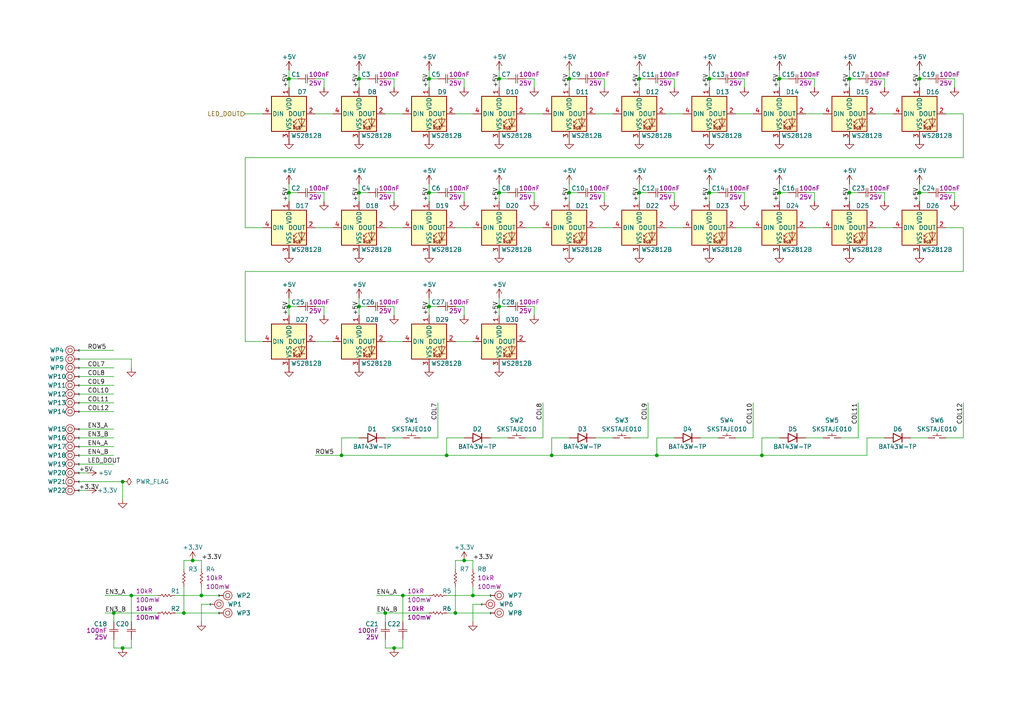
<source format=kicad_sch>
(kicad_sch (version 20230121) (generator eeschema)
  (paper "A4")
  (junction (at 134.62 162.56))
  (junction (at 114.3 187.96))
  (junction (at 104.14 55.88))
  (junction (at 137.16 172.72))
  (junction (at 226.06 55.88))
  (junction (at 55.88 162.56))
  (junction (at 111.76 177.8))
  (junction (at 33.02 177.8))
  (junction (at 246.38 55.88))
  (junction (at 38.1 172.72))
  (junction (at 246.38 22.86))
  (junction (at 226.06 22.86))
  (junction (at 124.46 22.86))
  (junction (at 144.78 88.9))
  (junction (at 266.7 55.88))
  (junction (at 35.56 187.96))
  (junction (at 185.42 22.86))
  (junction (at 99.06 132.08))
  (junction (at 83.82 88.9))
  (junction (at 35.56 139.7))
  (junction (at 124.46 88.9))
  (junction (at 185.42 55.88))
  (junction (at 104.14 22.86))
  (junction (at 83.82 22.86))
  (junction (at 220.98 132.08))
  (junction (at 190.5 132.08))
  (junction (at 124.46 55.88))
  (junction (at 205.74 55.88))
  (junction (at 53.34 177.8))
  (junction (at 160.02 132.08))
  (junction (at 144.78 55.88))
  (junction (at 116.84 172.72))
  (junction (at 266.7 22.86))
  (junction (at 104.14 88.9))
  (junction (at 165.1 22.86))
  (junction (at 58.42 172.72))
  (junction (at 83.82 55.88))
  (junction (at 132.08 177.8))
  (junction (at 165.1 55.88))
  (junction (at 129.54 132.08))
  (junction (at 144.78 22.86))
  (junction (at 205.74 22.86))
  (wire (pts (xy 236.22 22.86) (xy 233.68 22.86)))
  (wire (pts (xy 91.44 66.04) (xy 96.52 66.04)))
  (wire (pts (xy 22.86 137.16) (xy 25.4 137.16)))
  (wire (pts (xy 236.22 25.4) (xy 236.22 22.86)))
  (wire (pts (xy 144.78 22.86) (xy 147.32 22.86)))
  (wire (pts (xy 264.16 127) (xy 269.24 127)))
  (wire (pts (xy 218.44 116.84) (xy 218.44 127)))
  (wire (pts (xy 139.7 175.26) (xy 137.16 175.26)))
  (wire (pts (xy 71.12 45.72) (xy 71.12 66.04)))
  (wire (pts (xy 111.76 185.42) (xy 111.76 187.96)))
  (wire (pts (xy 104.14 88.9) (xy 106.68 88.9)))
  (wire (pts (xy 215.9 58.42) (xy 215.9 55.88)))
  (wire (pts (xy 111.76 99.06) (xy 116.84 99.06)))
  (wire (pts (xy 226.06 22.86) (xy 228.6 22.86)))
  (wire (pts (xy 83.82 88.9) (xy 86.36 88.9)))
  (wire (pts (xy 205.74 53.34) (xy 205.74 55.88)))
  (wire (pts (xy 246.38 22.86) (xy 248.92 22.86)))
  (wire (pts (xy 205.74 55.88) (xy 208.28 55.88)))
  (wire (pts (xy 22.86 111.76) (xy 33.02 111.76)))
  (wire (pts (xy 38.1 106.68) (xy 38.1 104.14)))
  (wire (pts (xy 129.54 177.8) (xy 132.08 177.8)))
  (wire (pts (xy 175.26 58.42) (xy 175.26 55.88)))
  (wire (pts (xy 134.62 25.4) (xy 134.62 22.86)))
  (wire (pts (xy 35.56 187.96) (xy 38.1 187.96)))
  (wire (pts (xy 226.06 20.32) (xy 226.06 22.86)))
  (wire (pts (xy 248.92 116.84) (xy 248.92 127)))
  (wire (pts (xy 124.46 88.9) (xy 124.46 91.44)))
  (wire (pts (xy 165.1 22.86) (xy 167.64 22.86)))
  (wire (pts (xy 193.04 33.02) (xy 198.12 33.02)))
  (wire (pts (xy 83.82 22.86) (xy 83.82 25.4)))
  (wire (pts (xy 114.3 88.9) (xy 111.76 88.9)))
  (wire (pts (xy 172.72 66.04) (xy 177.8 66.04)))
  (wire (pts (xy 246.38 22.86) (xy 246.38 25.4)))
  (wire (pts (xy 195.58 22.86) (xy 193.04 22.86)))
  (wire (pts (xy 83.82 20.32) (xy 83.82 22.86)))
  (wire (pts (xy 132.08 33.02) (xy 137.16 33.02)))
  (wire (pts (xy 215.9 25.4) (xy 215.9 22.86)))
  (wire (pts (xy 236.22 58.42) (xy 236.22 55.88)))
  (wire (pts (xy 22.86 116.84) (xy 33.02 116.84)))
  (wire (pts (xy 134.62 91.44) (xy 134.62 88.9)))
  (wire (pts (xy 256.54 127) (xy 251.46 127)))
  (wire (pts (xy 172.72 33.02) (xy 177.8 33.02)))
  (wire (pts (xy 58.42 162.56) (xy 58.42 165.1)))
  (wire (pts (xy 220.98 127) (xy 220.98 132.08)))
  (wire (pts (xy 195.58 55.88) (xy 193.04 55.88)))
  (wire (pts (xy 132.08 170.18) (xy 132.08 177.8)))
  (wire (pts (xy 226.06 55.88) (xy 226.06 58.42)))
  (wire (pts (xy 144.78 86.36) (xy 144.78 88.9)))
  (wire (pts (xy 279.4 66.04) (xy 274.32 66.04)))
  (wire (pts (xy 276.86 22.86) (xy 274.32 22.86)))
  (wire (pts (xy 111.76 33.02) (xy 116.84 33.02)))
  (wire (pts (xy 111.76 187.96) (xy 114.3 187.96)))
  (wire (pts (xy 129.54 132.08) (xy 160.02 132.08)))
  (wire (pts (xy 256.54 55.88) (xy 254 55.88)))
  (wire (pts (xy 152.4 66.04) (xy 157.48 66.04)))
  (wire (pts (xy 246.38 53.34) (xy 246.38 55.88)))
  (wire (pts (xy 22.86 139.7) (xy 35.56 139.7)))
  (wire (pts (xy 129.54 172.72) (xy 137.16 172.72)))
  (wire (pts (xy 124.46 86.36) (xy 124.46 88.9)))
  (wire (pts (xy 154.94 55.88) (xy 152.4 55.88)))
  (wire (pts (xy 38.1 180.34) (xy 38.1 172.72)))
  (wire (pts (xy 266.7 55.88) (xy 266.7 58.42)))
  (wire (pts (xy 104.14 22.86) (xy 106.68 22.86)))
  (wire (pts (xy 60.96 175.26) (xy 58.42 175.26)))
  (wire (pts (xy 226.06 22.86) (xy 226.06 25.4)))
  (wire (pts (xy 185.42 53.34) (xy 185.42 55.88)))
  (wire (pts (xy 266.7 22.86) (xy 266.7 25.4)))
  (wire (pts (xy 165.1 20.32) (xy 165.1 22.86)))
  (wire (pts (xy 187.96 116.84) (xy 187.96 127)))
  (wire (pts (xy 53.34 170.18) (xy 53.34 177.8)))
  (wire (pts (xy 99.06 132.08) (xy 129.54 132.08)))
  (wire (pts (xy 114.3 91.44) (xy 114.3 88.9)))
  (wire (pts (xy 30.48 177.8) (xy 33.02 177.8)))
  (wire (pts (xy 254 33.02) (xy 259.08 33.02)))
  (wire (pts (xy 134.62 58.42) (xy 134.62 55.88)))
  (wire (pts (xy 91.44 132.08) (xy 99.06 132.08)))
  (wire (pts (xy 132.08 162.56) (xy 134.62 162.56)))
  (wire (pts (xy 104.14 53.34) (xy 104.14 55.88)))
  (wire (pts (xy 35.56 139.7) (xy 35.56 144.78)))
  (wire (pts (xy 226.06 55.88) (xy 228.6 55.88)))
  (wire (pts (xy 104.14 127) (xy 99.06 127)))
  (wire (pts (xy 124.46 53.34) (xy 124.46 55.88)))
  (wire (pts (xy 215.9 55.88) (xy 213.36 55.88)))
  (wire (pts (xy 114.3 58.42) (xy 114.3 55.88)))
  (wire (pts (xy 114.3 22.86) (xy 111.76 22.86)))
  (wire (pts (xy 274.32 127) (xy 279.4 127)))
  (wire (pts (xy 154.94 91.44) (xy 154.94 88.9)))
  (wire (pts (xy 99.06 127) (xy 99.06 132.08)))
  (wire (pts (xy 58.42 175.26) (xy 58.42 180.34)))
  (wire (pts (xy 22.86 106.68) (xy 33.02 106.68)))
  (wire (pts (xy 22.86 109.22) (xy 33.02 109.22)))
  (wire (pts (xy 142.24 127) (xy 147.32 127)))
  (wire (pts (xy 165.1 127) (xy 160.02 127)))
  (wire (pts (xy 165.1 55.88) (xy 165.1 58.42)))
  (wire (pts (xy 254 66.04) (xy 259.08 66.04)))
  (wire (pts (xy 104.14 55.88) (xy 106.68 55.88)))
  (wire (pts (xy 93.98 25.4) (xy 93.98 22.86)))
  (wire (pts (xy 124.46 88.9) (xy 127 88.9)))
  (wire (pts (xy 144.78 55.88) (xy 147.32 55.88)))
  (wire (pts (xy 154.94 58.42) (xy 154.94 55.88)))
  (wire (pts (xy 256.54 25.4) (xy 256.54 22.86)))
  (wire (pts (xy 93.98 22.86) (xy 91.44 22.86)))
  (wire (pts (xy 160.02 132.08) (xy 190.5 132.08)))
  (wire (pts (xy 185.42 22.86) (xy 185.42 25.4)))
  (wire (pts (xy 279.4 78.74) (xy 279.4 66.04)))
  (wire (pts (xy 22.86 134.62) (xy 33.02 134.62)))
  (wire (pts (xy 58.42 170.18) (xy 58.42 172.72)))
  (wire (pts (xy 50.8 172.72) (xy 58.42 172.72)))
  (wire (pts (xy 154.94 25.4) (xy 154.94 22.86)))
  (wire (pts (xy 137.16 172.72) (xy 142.24 172.72)))
  (wire (pts (xy 233.68 66.04) (xy 238.76 66.04)))
  (wire (pts (xy 276.86 58.42) (xy 276.86 55.88)))
  (wire (pts (xy 165.1 55.88) (xy 167.64 55.88)))
  (wire (pts (xy 144.78 88.9) (xy 147.32 88.9)))
  (wire (pts (xy 266.7 20.32) (xy 266.7 22.86)))
  (wire (pts (xy 182.88 127) (xy 187.96 127)))
  (wire (pts (xy 279.4 116.84) (xy 279.4 127)))
  (wire (pts (xy 233.68 33.02) (xy 238.76 33.02)))
  (wire (pts (xy 22.86 104.14) (xy 38.1 104.14)))
  (wire (pts (xy 91.44 99.06) (xy 96.52 99.06)))
  (wire (pts (xy 266.7 55.88) (xy 269.24 55.88)))
  (wire (pts (xy 104.14 20.32) (xy 104.14 22.86)))
  (wire (pts (xy 213.36 33.02) (xy 218.44 33.02)))
  (wire (pts (xy 213.36 127) (xy 218.44 127)))
  (wire (pts (xy 205.74 22.86) (xy 208.28 22.86)))
  (wire (pts (xy 83.82 55.88) (xy 83.82 58.42)))
  (wire (pts (xy 33.02 187.96) (xy 35.56 187.96)))
  (wire (pts (xy 22.86 119.38) (xy 33.02 119.38)))
  (wire (pts (xy 137.16 175.26) (xy 137.16 180.34)))
  (wire (pts (xy 124.46 22.86) (xy 124.46 25.4)))
  (wire (pts (xy 274.32 33.02) (xy 279.4 33.02)))
  (wire (pts (xy 109.22 177.8) (xy 111.76 177.8)))
  (wire (pts (xy 185.42 55.88) (xy 185.42 58.42)))
  (wire (pts (xy 83.82 88.9) (xy 83.82 91.44)))
  (wire (pts (xy 114.3 187.96) (xy 116.84 187.96)))
  (wire (pts (xy 256.54 58.42) (xy 256.54 55.88)))
  (wire (pts (xy 137.16 170.18) (xy 137.16 172.72)))
  (wire (pts (xy 152.4 127) (xy 157.48 127)))
  (wire (pts (xy 109.22 172.72) (xy 116.84 172.72)))
  (wire (pts (xy 22.86 114.3) (xy 33.02 114.3)))
  (wire (pts (xy 134.62 162.56) (xy 137.16 162.56)))
  (wire (pts (xy 144.78 53.34) (xy 144.78 55.88)))
  (wire (pts (xy 215.9 22.86) (xy 213.36 22.86)))
  (wire (pts (xy 124.46 55.88) (xy 124.46 58.42)))
  (wire (pts (xy 71.12 33.02) (xy 76.2 33.02)))
  (wire (pts (xy 104.14 22.86) (xy 104.14 25.4)))
  (wire (pts (xy 132.08 66.04) (xy 137.16 66.04)))
  (wire (pts (xy 104.14 55.88) (xy 104.14 58.42)))
  (wire (pts (xy 175.26 22.86) (xy 172.72 22.86)))
  (wire (pts (xy 195.58 25.4) (xy 195.58 22.86)))
  (wire (pts (xy 91.44 33.02) (xy 96.52 33.02)))
  (wire (pts (xy 279.4 33.02) (xy 279.4 45.72)))
  (wire (pts (xy 38.1 187.96) (xy 38.1 185.42)))
  (wire (pts (xy 246.38 55.88) (xy 248.92 55.88)))
  (wire (pts (xy 58.42 172.72) (xy 63.5 172.72)))
  (wire (pts (xy 22.86 132.08) (xy 33.02 132.08)))
  (wire (pts (xy 134.62 127) (xy 129.54 127)))
  (wire (pts (xy 33.02 177.8) (xy 45.72 177.8)))
  (wire (pts (xy 137.16 162.56) (xy 137.16 165.1)))
  (wire (pts (xy 93.98 58.42) (xy 93.98 55.88)))
  (wire (pts (xy 266.7 53.34) (xy 266.7 55.88)))
  (wire (pts (xy 193.04 66.04) (xy 198.12 66.04)))
  (wire (pts (xy 93.98 55.88) (xy 91.44 55.88)))
  (wire (pts (xy 53.34 165.1) (xy 53.34 162.56)))
  (wire (pts (xy 22.86 101.6) (xy 33.02 101.6)))
  (wire (pts (xy 22.86 129.54) (xy 33.02 129.54)))
  (wire (pts (xy 144.78 22.86) (xy 144.78 25.4)))
  (wire (pts (xy 144.78 20.32) (xy 144.78 22.86)))
  (wire (pts (xy 124.46 20.32) (xy 124.46 22.86)))
  (wire (pts (xy 83.82 86.36) (xy 83.82 88.9)))
  (wire (pts (xy 124.46 55.88) (xy 127 55.88)))
  (wire (pts (xy 55.88 162.56) (xy 58.42 162.56)))
  (wire (pts (xy 93.98 88.9) (xy 91.44 88.9)))
  (wire (pts (xy 114.3 25.4) (xy 114.3 22.86)))
  (wire (pts (xy 83.82 22.86) (xy 86.36 22.86)))
  (wire (pts (xy 111.76 177.8) (xy 124.46 177.8)))
  (wire (pts (xy 132.08 99.06) (xy 137.16 99.06)))
  (wire (pts (xy 116.84 187.96) (xy 116.84 185.42)))
  (wire (pts (xy 134.62 55.88) (xy 132.08 55.88)))
  (wire (pts (xy 220.98 132.08) (xy 251.46 132.08)))
  (wire (pts (xy 190.5 127) (xy 190.5 132.08)))
  (wire (pts (xy 116.84 180.34) (xy 116.84 172.72)))
  (wire (pts (xy 205.74 22.86) (xy 205.74 25.4)))
  (wire (pts (xy 246.38 55.88) (xy 246.38 58.42)))
  (wire (pts (xy 195.58 127) (xy 190.5 127)))
  (wire (pts (xy 185.42 55.88) (xy 187.96 55.88)))
  (wire (pts (xy 114.3 55.88) (xy 111.76 55.88)))
  (wire (pts (xy 71.12 78.74) (xy 279.4 78.74)))
  (wire (pts (xy 266.7 22.86) (xy 269.24 22.86)))
  (wire (pts (xy 134.62 22.86) (xy 132.08 22.86)))
  (wire (pts (xy 83.82 55.88) (xy 86.36 55.88)))
  (wire (pts (xy 134.62 88.9) (xy 132.08 88.9)))
  (wire (pts (xy 111.76 180.34) (xy 111.76 177.8)))
  (wire (pts (xy 53.34 162.56) (xy 55.88 162.56)))
  (wire (pts (xy 33.02 180.34) (xy 33.02 177.8)))
  (wire (pts (xy 203.2 127) (xy 208.28 127)))
  (wire (pts (xy 205.74 55.88) (xy 205.74 58.42)))
  (wire (pts (xy 111.76 127) (xy 116.84 127)))
  (wire (pts (xy 33.02 185.42) (xy 33.02 187.96)))
  (wire (pts (xy 38.1 172.72) (xy 45.72 172.72)))
  (wire (pts (xy 190.5 132.08) (xy 220.98 132.08)))
  (wire (pts (xy 165.1 22.86) (xy 165.1 25.4)))
  (wire (pts (xy 104.14 86.36) (xy 104.14 88.9)))
  (wire (pts (xy 276.86 55.88) (xy 274.32 55.88)))
  (wire (pts (xy 233.68 127) (xy 238.76 127)))
  (wire (pts (xy 195.58 58.42) (xy 195.58 55.88)))
  (wire (pts (xy 121.92 127) (xy 127 127)))
  (wire (pts (xy 116.84 172.72) (xy 124.46 172.72)))
  (wire (pts (xy 165.1 53.34) (xy 165.1 55.88)))
  (wire (pts (xy 160.02 127) (xy 160.02 132.08)))
  (wire (pts (xy 152.4 33.02) (xy 157.48 33.02)))
  (wire (pts (xy 30.48 172.72) (xy 38.1 172.72)))
  (wire (pts (xy 279.4 45.72) (xy 71.12 45.72)))
  (wire (pts (xy 129.54 127) (xy 129.54 132.08)))
  (wire (pts (xy 226.06 127) (xy 220.98 127)))
  (wire (pts (xy 22.86 142.24) (xy 25.4 142.24)))
  (wire (pts (xy 246.38 20.32) (xy 246.38 22.86)))
  (wire (pts (xy 213.36 66.04) (xy 218.44 66.04)))
  (wire (pts (xy 243.84 127) (xy 248.92 127)))
  (wire (pts (xy 236.22 55.88) (xy 233.68 55.88)))
  (wire (pts (xy 22.86 127) (xy 33.02 127)))
  (wire (pts (xy 53.34 177.8) (xy 63.5 177.8)))
  (wire (pts (xy 124.46 22.86) (xy 127 22.86)))
  (wire (pts (xy 256.54 22.86) (xy 254 22.86)))
  (wire (pts (xy 175.26 55.88) (xy 172.72 55.88)))
  (wire (pts (xy 157.48 116.84) (xy 157.48 127)))
  (wire (pts (xy 22.86 124.46) (xy 33.02 124.46)))
  (wire (pts (xy 251.46 127) (xy 251.46 132.08)))
  (wire (pts (xy 132.08 165.1) (xy 132.08 162.56)))
  (wire (pts (xy 93.98 91.44) (xy 93.98 88.9)))
  (wire (pts (xy 144.78 55.88) (xy 144.78 58.42)))
  (wire (pts (xy 132.08 177.8) (xy 142.24 177.8)))
  (wire (pts (xy 50.8 177.8) (xy 53.34 177.8)))
  (wire (pts (xy 83.82 53.34) (xy 83.82 55.88)))
  (wire (pts (xy 226.06 53.34) (xy 226.06 55.88)))
  (wire (pts (xy 154.94 88.9) (xy 152.4 88.9)))
  (wire (pts (xy 185.42 22.86) (xy 187.96 22.86)))
  (wire (pts (xy 71.12 99.06) (xy 76.2 99.06)))
  (wire (pts (xy 154.94 22.86) (xy 152.4 22.86)))
  (wire (pts (xy 175.26 25.4) (xy 175.26 22.86)))
  (wire (pts (xy 71.12 66.04) (xy 76.2 66.04)))
  (wire (pts (xy 172.72 127) (xy 177.8 127)))
  (wire (pts (xy 104.14 88.9) (xy 104.14 91.44)))
  (wire (pts (xy 111.76 66.04) (xy 116.84 66.04)))
  (wire (pts (xy 205.74 20.32) (xy 205.74 22.86)))
  (wire (pts (xy 185.42 20.32) (xy 185.42 22.86)))
  (wire (pts (xy 276.86 25.4) (xy 276.86 22.86)))
  (wire (pts (xy 144.78 88.9) (xy 144.78 91.44)))
  (wire (pts (xy 71.12 99.06) (xy 71.12 78.74)))
  (wire (pts (xy 127 116.84) (xy 127 127)))
  (label "+5V" (at 83.82 25.4 90))
  (label "EN3_B" (at 30.48 177.8 0))
  (label "+5V" (at 144.78 58.42 90))
  (label "+5V" (at 185.42 58.42 90))
  (label "EN3_B" (at 25.4 127 0))
  (label "+5V" (at 124.46 58.42 90))
  (label "EN3_A" (at 30.48 172.72 0))
  (label "+5V" (at 226.06 58.42 90))
  (label "+3.3V" (at 58.42 162.56 0))
  (label "LED_DOUT" (at 25.4 134.62 0))
  (label "+5V" (at 266.7 25.4 90))
  (label "+5V" (at 144.78 25.4 90))
  (label "+5V" (at 246.38 58.42 90))
  (label "+5V" (at 83.82 91.44 90))
  (label "+5V" (at 266.7 58.42 90))
  (label "+5V" (at 124.46 91.44 90))
  (label "ROW5" (at 91.44 132.08 0))
  (label "+5V" (at 104.14 91.44 90))
  (label "COL11" (at 25.4 116.84 0))
  (label "+3.3V" (at 22.86 142.24 0))
  (label "COL11" (at 248.92 116.84 270))
  (label "+5V" (at 104.14 25.4 90))
  (label "COL8" (at 25.4 109.22 0))
  (label "COL9" (at 25.4 111.76 0))
  (label "ROW5" (at 25.4 101.6 0))
  (label "COL8" (at 157.48 116.84 270))
  (label "EN4_A" (at 25.4 129.54 0))
  (label "COL7" (at 127 116.84 270))
  (label "+3.3V" (at 137.16 162.56 0))
  (label "COL7" (at 25.4 106.68 0))
  (label "+5V" (at 165.1 58.42 90))
  (label "COL10" (at 218.44 116.84 270))
  (label "+5V" (at 83.82 58.42 90))
  (label "+5V" (at 124.46 25.4 90))
  (label "+5V" (at 205.74 58.42 90))
  (label "+5V" (at 226.06 25.4 90))
  (label "+5V" (at 104.14 58.42 90))
  (label "+5V" (at 185.42 25.4 90))
  (label "+5V" (at 205.74 25.4 90))
  (label "COL10" (at 25.4 114.3 0))
  (label "EN4_A" (at 109.22 172.72 0))
  (label "COL12" (at 279.4 116.84 270))
  (label "+5V" (at 246.38 25.4 90))
  (label "EN4_B" (at 25.4 132.08 0))
  (label "+5V" (at 165.1 25.4 90))
  (label "COL12" (at 25.4 119.38 0))
  (label "+5V" (at 22.86 137.16 0))
  (label "+5V" (at 144.78 91.44 90))
  (label "COL9" (at 187.96 116.84 270))
  (label "EN3_A" (at 25.4 124.46 0))
  (label "EN4_B" (at 109.22 177.8 0))
  (hierarchical_label "LED_DOUT" (shape input) (at 71.12 33.02 180))
  (symbol (lib_id "POWER:LOGIC_GND") (at 104.14 40.64 0) (unit 1)
    (property "Reference" "#PWR07" (effects hide))
    (property "Value" "LOGIC_GND" (effects hide))
  )
  (symbol (lib_id "POWER:LOGIC_GND") (at 38.1 106.68 0) (unit 1)
    (property "Reference" "#PWR050" (effects hide))
    (property "Value" "LOGIC_GND" (effects hide))
  )
  (symbol (lib_id "POWER:+5V") (at 185.42 53.34 0) (unit 1)
    (property "Reference" "#PWR028" (effects hide))
    (property "Value" "+5V" (at 185.42 49.53 0))
  )
  (symbol (lib_id "WIRE-POINT:WP_24AWG") (at 22.86 124.46 90) (unit 1)
    (property "Reference" "WP15" (at 16.51 124.46 90))
    (property "Value" "~" (at 22.86 124.46 0))
    (property "Footprint" "WIRE-POINT:WP 24AWG" (effects hide))
    (property "Sim.Enable" "0" (effects hide))
  )
  (symbol (lib_id "POWER:+5V") (at 266.7 53.34 0) (unit 1)
    (property "Reference" "#PWR068" (effects hide))
    (property "Value" "+5V" (at 266.7 49.53 0))
  )
  (symbol (lib_id "CAP-SMD-25V:100nF-CER-25V-0402") (at 109.22 22.86 90) (unit 1)
    (property "Reference" "C3" (at 104.775 21.59 90) (effects (justify right)))
    (property "Value" "100nF-CER-25V-0402" (effects hide))
    (property "Footprint" "Capacitor_SMD:C_0402_1005Metric" (effects hide))
    (property "Capacitance" "100nF" (at 109.855 21.59 90) (effects (justify right)))
    (property "Voltage" "25V" (at 109.855 24.13 90) (effects (justify right)))
    (property "Tolerance" "10%" (effects hide))
    (property "Sim.Device" "C" (effects hide))
    (property "Sim.Type" "=" (effects hide))
    (property "Sim.Params" "c=100n" (effects hide))
    (property "Sim.Pins" "1=+ 2=-" (effects hide))
  )
  (symbol (lib_id "LED:WS2812B") (at 165.1 66.04 0) (unit 1)
    (property "Reference" "D21" (at 168.91 59.69 0))
    (property "Value" "WS2812B" (at 170.18 72.39 0))
    (property "Footprint" "LED_SMD:LED_WS2812B_PLCC4_5.0x5.0mm_P3.2mm" (effects hide))
    (property "Datasheet" "https://cdn-shop.adafruit.com/datasheets/WS2812B.pdf" (effects hide))
  )
  (symbol (lib_id "WIRE-POINT:WP_24AWG") (at 63.5 177.8 270) (unit 1)
    (property "Reference" "WP3" (at 68.58 177.8 90) (effects (justify left)))
    (property "Value" "~" (at 63.5 177.8 0))
    (property "Footprint" "WIRE-POINT:WP 24AWG" (effects hide))
    (property "Sim.Enable" "0" (effects hide))
  )
  (symbol (lib_id "POWER:+5V") (at 124.46 86.36 0) (unit 1)
    (property "Reference" "#PWR077" (effects hide))
    (property "Value" "+5V" (at 124.46 82.55 0))
  )
  (symbol (lib_id "POWER:LOGIC_GND") (at 124.46 106.68 0) (unit 1)
    (property "Reference" "#PWR078" (effects hide))
    (property "Value" "LOGIC_GND" (effects hide))
  )
  (symbol (lib_id "WIRE-POINT:WP_24AWG") (at 22.86 137.16 90) (unit 1)
    (property "Reference" "WP20" (at 16.51 137.16 90))
    (property "Value" "~" (at 22.86 137.16 0))
    (property "Footprint" "WIRE-POINT:WP 24AWG" (effects hide))
    (property "Sim.Enable" "0" (effects hide))
  )
  (symbol (lib_id "WIRE-POINT:WP_24AWG") (at 22.86 119.38 90) (unit 1)
    (property "Reference" "WP14" (at 16.51 119.38 90))
    (property "Value" "~" (at 22.86 119.38 0))
    (property "Footprint" "WIRE-POINT:WP 24AWG" (effects hide))
    (property "Sim.Enable" "0" (effects hide))
  )
  (symbol (lib_id "CAP-SMD-25V:100nF-CER-25V-0402") (at 210.82 55.88 90) (unit 1)
    (property "Reference" "C14" (at 206.375 54.61 90) (effects (justify right)))
    (property "Value" "100nF-CER-25V-0402" (effects hide))
    (property "Footprint" "Capacitor_SMD:C_0402_1005Metric" (effects hide))
    (property "Capacitance" "100nF" (at 211.455 54.61 90) (effects (justify right)))
    (property "Voltage" "25V" (at 211.455 57.15 90) (effects (justify right)))
    (property "Tolerance" "10%" (effects hide))
    (property "Sim.Device" "C" (effects hide))
    (property "Sim.Type" "=" (effects hide))
    (property "Sim.Params" "c=100n" (effects hide))
    (property "Sim.Pins" "1=+ 2=-" (effects hide))
  )
  (symbol (lib_id "POWER:LOGIC_GND") (at 35.56 144.78 0) (unit 1)
    (property "Reference" "#PWR048" (effects hide))
    (property "Value" "LOGIC_GND" (effects hide))
  )
  (symbol (lib_id "POWER:+5V") (at 226.06 53.34 0) (unit 1)
    (property "Reference" "#PWR038" (effects hide))
    (property "Value" "+5V" (at 226.06 49.53 0))
  )
  (symbol (lib_id "WIRE-POINT:WP_24AWG") (at 63.5 172.72 270) (unit 1)
    (property "Reference" "WP2" (at 68.58 172.72 90) (effects (justify left)))
    (property "Value" "~" (at 63.5 172.72 0))
    (property "Footprint" "WIRE-POINT:WP 24AWG" (effects hide))
    (property "Sim.Enable" "0" (effects hide))
  )
  (symbol (lib_id "POWER:LOGIC_GND") (at 205.74 40.64 0) (unit 1)
    (property "Reference" "#PWR032" (effects hide))
    (property "Value" "LOGIC_GND" (effects hide))
  )
  (symbol (lib_id "POWER:+5V") (at 124.46 20.32 0) (unit 1)
    (property "Reference" "#PWR011" (effects hide))
    (property "Value" "+5V" (at 124.46 16.51 0))
  )
  (symbol (lib_id "WIRE-POINT:WP_24AWG") (at 22.86 139.7 90) (unit 1)
    (property "Reference" "WP21" (at 16.51 139.7 90))
    (property "Value" "~" (at 22.86 139.7 0))
    (property "Footprint" "WIRE-POINT:WP 24AWG" (effects hide))
    (property "Sim.Enable" "0" (effects hide))
  )
  (symbol (lib_id "LED:WS2812B") (at 226.06 66.04 0) (unit 1)
    (property "Reference" "D24" (at 229.87 59.69 0))
    (property "Value" "WS2812B" (at 231.14 72.39 0))
    (property "Footprint" "LED_SMD:LED_WS2812B_PLCC4_5.0x5.0mm_P3.2mm" (effects hide))
    (property "Datasheet" "https://cdn-shop.adafruit.com/datasheets/WS2812B.pdf" (effects hide))
  )
  (symbol (lib_id "CAP-SMD-25V:100nF-CER-25V-0402") (at 251.46 22.86 90) (unit 1)
    (property "Reference" "C17" (at 247.015 21.59 90) (effects (justify right)))
    (property "Value" "100nF-CER-25V-0402" (effects hide))
    (property "Footprint" "Capacitor_SMD:C_0402_1005Metric" (effects hide))
    (property "Capacitance" "100nF" (at 252.095 21.59 90) (effects (justify right)))
    (property "Voltage" "25V" (at 252.095 24.13 90) (effects (justify right)))
    (property "Tolerance" "10%" (effects hide))
    (property "Sim.Device" "C" (effects hide))
    (property "Sim.Type" "=" (effects hide))
    (property "Sim.Params" "c=100n" (effects hide))
    (property "Sim.Pins" "1=+ 2=-" (effects hide))
  )
  (symbol (lib_id "POWER:LOGIC_GND") (at 93.98 91.44 0) (unit 1)
    (property "Reference" "#PWR073" (effects hide))
    (property "Value" "LOGIC_GND" (effects hide))
  )
  (symbol (lib_id "WIRE-POINT:WP_24AWG") (at 22.86 104.14 90) (unit 1)
    (property "Reference" "WP5" (at 16.51 104.14 90))
    (property "Value" "~" (at 22.86 104.14 0))
    (property "Footprint" "WIRE-POINT:WP 24AWG" (effects hide))
    (property "Sim.Enable" "0" (effects hide))
  )
  (symbol (lib_id "POWER:LOGIC_GND") (at 83.82 106.68 0) (unit 1)
    (property "Reference" "#PWR072" (effects hide))
    (property "Value" "LOGIC_GND" (effects hide))
  )
  (symbol (lib_id "WIRE-POINT:WP_24AWG") (at 139.7 175.26 270) (unit 1)
    (property "Reference" "WP6" (at 144.78 175.26 90) (effects (justify left)))
    (property "Value" "~" (at 139.7 175.26 0))
    (property "Footprint" "WIRE-POINT:WP 24AWG" (effects hide))
    (property "Sim.Enable" "0" (effects hide))
  )
  (symbol (lib_id "POWER:LOGIC_GND") (at 114.3 58.42 0) (unit 1)
    (property "Reference" "#PWR010" (effects hide))
    (property "Value" "LOGIC_GND" (effects hide))
  )
  (symbol (lib_id "CAP-SMD-25V:100nF-CER-25V-0402") (at 170.18 22.86 90) (unit 1)
    (property "Reference" "C9" (at 165.735 21.59 90) (effects (justify right)))
    (property "Value" "100nF-CER-25V-0402" (effects hide))
    (property "Footprint" "Capacitor_SMD:C_0402_1005Metric" (effects hide))
    (property "Capacitance" "100nF" (at 170.815 21.59 90) (effects (justify right)))
    (property "Voltage" "25V" (at 170.815 24.13 90) (effects (justify right)))
    (property "Tolerance" "10%" (effects hide))
    (property "Sim.Device" "C" (effects hide))
    (property "Sim.Type" "=" (effects hide))
    (property "Sim.Params" "c=100n" (effects hide))
    (property "Sim.Pins" "1=+ 2=-" (effects hide))
  )
  (symbol (lib_id "POWER:LOGIC_GND") (at 83.82 73.66 0) (unit 1)
    (property "Reference" "#PWR057" (effects hide))
    (property "Value" "LOGIC_GND" (effects hide))
  )
  (symbol (lib_id "POWER:LOGIC_GND") (at 175.26 25.4 0) (unit 1)
    (property "Reference" "#PWR024" (effects hide))
    (property "Value" "LOGIC_GND" (effects hide))
  )
  (symbol (lib_id "CAP-SMD-25V:100nF-CER-25V-0402") (at 129.54 22.86 90) (unit 1)
    (property "Reference" "C5" (at 125.095 21.59 90) (effects (justify right)))
    (property "Value" "100nF-CER-25V-0402" (effects hide))
    (property "Footprint" "Capacitor_SMD:C_0402_1005Metric" (effects hide))
    (property "Capacitance" "100nF" (at 130.175 21.59 90) (effects (justify right)))
    (property "Voltage" "25V" (at 130.175 24.13 90) (effects (justify right)))
    (property "Tolerance" "10%" (effects hide))
    (property "Sim.Device" "C" (effects hide))
    (property "Sim.Type" "=" (effects hide))
    (property "Sim.Params" "c=100n" (effects hide))
    (property "Sim.Pins" "1=+ 2=-" (effects hide))
  )
  (symbol (lib_id "LED:WS2812B") (at 246.38 66.04 0) (unit 1)
    (property "Reference" "D25" (at 250.19 59.69 0))
    (property "Value" "WS2812B" (at 251.46 72.39 0))
    (property "Footprint" "LED_SMD:LED_WS2812B_PLCC4_5.0x5.0mm_P3.2mm" (effects hide))
    (property "Datasheet" "https://cdn-shop.adafruit.com/datasheets/WS2812B.pdf" (effects hide))
  )
  (symbol (lib_id "POWER:LOGIC_GND") (at 154.94 91.44 0) (unit 1)
    (property "Reference" "#PWR082" (effects hide))
    (property "Value" "LOGIC_GND" (effects hide))
  )
  (symbol (lib_id "POWER:+5V") (at 266.7 20.32 0) (unit 1)
    (property "Reference" "#PWR046" (effects hide))
    (property "Value" "+5V" (at 266.7 16.51 0))
  )
  (symbol (lib_id "POWER:+5V") (at 185.42 20.32 0) (unit 1)
    (property "Reference" "#PWR026" (effects hide))
    (property "Value" "+5V" (at 185.42 16.51 0))
  )
  (symbol (lib_id "POWER:LOGIC_GND") (at 124.46 40.64 0) (unit 1)
    (property "Reference" "#PWR012" (effects hide))
    (property "Value" "LOGIC_GND" (effects hide))
  )
  (symbol (lib_id "POWER:LOGIC_GND") (at 195.58 58.42 0) (unit 1)
    (property "Reference" "#PWR030" (effects hide))
    (property "Value" "LOGIC_GND" (effects hide))
  )
  (symbol (lib_id "POWER:+5V") (at 144.78 86.36 0) (unit 1)
    (property "Reference" "#PWR080" (effects hide))
    (property "Value" "+5V" (at 144.78 82.55 0))
  )
  (symbol (lib_id "POWER:LOGIC_GND") (at 93.98 58.42 0) (unit 1)
    (property "Reference" "#PWR05" (effects hide))
    (property "Value" "LOGIC_GND" (effects hide))
  )
  (symbol (lib_id "WIRE-POINT:WP_24AWG") (at 22.86 109.22 90) (unit 1)
    (property "Reference" "WP10" (at 16.51 109.22 90))
    (property "Value" "~" (at 22.86 109.22 0))
    (property "Footprint" "WIRE-POINT:WP 24AWG" (effects hide))
    (property "Sim.Enable" "0" (effects hide))
  )
  (symbol (lib_id "RES-SMD-100mW:10kR-SMD-100mW-0603") (at 53.34 165.1 0) (unit 1)
    (property "Reference" "R3" (at 54.61 165.1 0) (effects (justify left)))
    (property "Value" "10kR-SMD-100mW-0603" (effects hide))
    (property "Footprint" "Resistor_SMD:R_0603_1608Metric" (effects hide))
    (property "Resistance" "10kR" (effects hide))
    (property "Power" "100mW" (effects hide))
    (property "Sim.Device" "R" (effects hide))
    (property "Sim.Type" "=" (effects hide))
    (property "Sim.Params" "r=10k" (effects hide))
    (property "Sim.Pins" "1=+ 2=-" (effects hide))
  )
  (symbol (lib_id "CAP-SMD-25V:100nF-CER-25V-0402") (at 111.76 182.88 0) (unit 1)
    (property "Reference" "C21" (at 109.855 180.975 0) (effects (justify right)))
    (property "Value" "100nF-CER-25V-0402" (effects hide))
    (property "Footprint" "Capacitor_SMD:C_0402_1005Metric" (effects hide))
    (property "Capacitance" "100nF" (at 109.855 182.88 0) (effects (justify right)))
    (property "Voltage" "25V" (at 109.855 184.785 0) (effects (justify right)))
    (property "Tolerance" "10%" (effects hide))
    (property "Sim.Device" "C" (effects hide))
    (property "Sim.Type" "=" (effects hide))
    (property "Sim.Params" "c=100n" (effects hide))
    (property "Sim.Pins" "1=+ 2=-" (effects hide))
  )
  (symbol (lib_id "CAP-SMD-25V:100nF-CER-25V-0402") (at 149.86 55.88 90) (unit 1)
    (property "Reference" "C8" (at 145.415 54.61 90) (effects (justify right)))
    (property "Value" "100nF-CER-25V-0402" (effects hide))
    (property "Footprint" "Capacitor_SMD:C_0402_1005Metric" (effects hide))
    (property "Capacitance" "100nF" (at 150.495 54.61 90) (effects (justify right)))
    (property "Voltage" "25V" (at 150.495 57.15 90) (effects (justify right)))
    (property "Tolerance" "10%" (effects hide))
    (property "Sim.Device" "C" (effects hide))
    (property "Sim.Type" "=" (effects hide))
    (property "Sim.Params" "c=100n" (effects hide))
    (property "Sim.Pins" "1=+ 2=-" (effects hide))
  )
  (symbol (lib_id "SWITCH-SMD-TACTILE:SKSTAJE010") (at 177.8 127 0) (unit 1)
    (property "Reference" "SW3" (at 180.34 121.92 0))
    (property "Value" "SKSTAJE010" (at 180.34 124.46 0))
    (property "Footprint" "SWITCH-SMD-TACTILE:SKSTAJE010" (effects hide))
    (property "Sim.Enable" "0" (effects hide))
  )
  (symbol (lib_id "POWER:LOGIC_GND") (at 58.42 180.34 0) (unit 1)
    (property "Reference" "#PWR053" (effects hide))
    (property "Value" "LOGIC_GND" (effects hide))
  )
  (symbol (lib_id "POWER:LOGIC_GND") (at 236.22 58.42 0) (unit 1)
    (property "Reference" "#PWR040" (effects hide))
    (property "Value" "LOGIC_GND" (effects hide))
  )
  (symbol (lib_id "WIRE-POINT:WP_24AWG") (at 22.86 106.68 90) (unit 1)
    (property "Reference" "WP9" (at 16.51 106.68 90))
    (property "Value" "~" (at 22.86 106.68 0))
    (property "Footprint" "WIRE-POINT:WP 24AWG" (effects hide))
    (property "Sim.Enable" "0" (effects hide))
  )
  (symbol (lib_id "POWER:LOGIC_GND") (at 165.1 73.66 0) (unit 1)
    (property "Reference" "#PWR061" (effects hide))
    (property "Value" "LOGIC_GND" (effects hide))
  )
  (symbol (lib_id "LED:WS2812B") (at 205.74 66.04 0) (unit 1)
    (property "Reference" "D23" (at 209.55 59.69 0))
    (property "Value" "WS2812B" (at 210.82 72.39 0))
    (property "Footprint" "LED_SMD:LED_WS2812B_PLCC4_5.0x5.0mm_P3.2mm" (effects hide))
    (property "Datasheet" "https://cdn-shop.adafruit.com/datasheets/WS2812B.pdf" (effects hide))
  )
  (symbol (lib_id "CAP-SMD-25V:100nF-CER-25V-0402") (at 149.86 22.86 90) (unit 1)
    (property "Reference" "C7" (at 145.415 21.59 90) (effects (justify right)))
    (property "Value" "100nF-CER-25V-0402" (effects hide))
    (property "Footprint" "Capacitor_SMD:C_0402_1005Metric" (effects hide))
    (property "Capacitance" "100nF" (at 150.495 21.59 90) (effects (justify right)))
    (property "Voltage" "25V" (at 150.495 24.13 90) (effects (justify right)))
    (property "Tolerance" "10%" (effects hide))
    (property "Sim.Device" "C" (effects hide))
    (property "Sim.Type" "=" (effects hide))
    (property "Sim.Params" "c=100n" (effects hide))
    (property "Sim.Pins" "1=+ 2=-" (effects hide))
  )
  (symbol (lib_id "WIRE-POINT:WP_24AWG") (at 22.86 142.24 90) (unit 1)
    (property "Reference" "WP22" (at 16.51 142.24 90))
    (property "Value" "~" (at 22.86 142.24 0))
    (property "Footprint" "WIRE-POINT:WP 24AWG" (effects hide))
    (property "Sim.Enable" "0" (effects hide))
  )
  (symbol (lib_id "CAP-SMD-25V:100nF-CER-25V-0402") (at 231.14 22.86 90) (unit 1)
    (property "Reference" "C15" (at 226.695 21.59 90) (effects (justify right)))
    (property "Value" "100nF-CER-25V-0402" (effects hide))
    (property "Footprint" "Capacitor_SMD:C_0402_1005Metric" (effects hide))
    (property "Capacitance" "100nF" (at 231.775 21.59 90) (effects (justify right)))
    (property "Voltage" "25V" (at 231.775 24.13 90) (effects (justify right)))
    (property "Tolerance" "10%" (effects hide))
    (property "Sim.Device" "C" (effects hide))
    (property "Sim.Type" "=" (effects hide))
    (property "Sim.Params" "c=100n" (effects hide))
    (property "Sim.Pins" "1=+ 2=-" (effects hide))
  )
  (symbol (lib_id "WIRE-POINT:WP_24AWG") (at 22.86 116.84 90) (unit 1)
    (property "Reference" "WP13" (at 16.51 116.84 90))
    (property "Value" "~" (at 22.86 116.84 0))
    (property "Footprint" "WIRE-POINT:WP 24AWG" (effects hide))
    (property "Sim.Enable" "0" (effects hide))
  )
  (symbol (lib_id "DIODE-SMD-SCHOTTKY:BAT43W-TP") (at 172.72 127 180) (unit 1)
    (property "Reference" "D3" (at 168.91 124.46 0))
    (property "Value" "BAT43W-TP" (at 168.91 129.54 0))
    (property "Footprint" "Diode_SMD:D_SOD-123" (effects hide))
    (property "Datasheet" "https://www.mccsemi.com/pdf/Products/BAT42W-BAT43W(SOD-123).pdf" (effects hide))
    (property "Sim.Enable" "0" (effects hide))
  )
  (symbol (lib_id "CAP-SMD-25V:100nF-CER-25V-0402") (at 109.22 55.88 90) (unit 1)
    (property "Reference" "C4" (at 104.775 54.61 90) (effects (justify right)))
    (property "Value" "100nF-CER-25V-0402" (effects hide))
    (property "Footprint" "Capacitor_SMD:C_0402_1005Metric" (effects hide))
    (property "Capacitance" "100nF" (at 109.855 54.61 90) (effects (justify right)))
    (property "Voltage" "25V" (at 109.855 57.15 90) (effects (justify right)))
    (property "Tolerance" "10%" (effects hide))
    (property "Sim.Device" "C" (effects hide))
    (property "Sim.Type" "=" (effects hide))
    (property "Sim.Params" "c=100n" (effects hide))
    (property "Sim.Pins" "1=+ 2=-" (effects hide))
  )
  (symbol (lib_id "WIRE-POINT:WP_24AWG") (at 22.86 129.54 90) (unit 1)
    (property "Reference" "WP17" (at 16.51 129.54 90))
    (property "Value" "~" (at 22.86 129.54 0))
    (property "Footprint" "WIRE-POINT:WP 24AWG" (effects hide))
    (property "Sim.Enable" "0" (effects hide))
  )
  (symbol (lib_id "POWER:+5V") (at 104.14 53.34 0) (unit 1)
    (property "Reference" "#PWR08" (effects hide))
    (property "Value" "+5V" (at 104.14 49.53 0))
  )
  (symbol (lib_id "RES-SMD-100mW:10kR-SMD-100mW-0603") (at 137.16 165.1 0) (unit 1)
    (property "Reference" "R8" (at 138.43 165.1 0) (effects (justify left)))
    (property "Value" "10kR-SMD-100mW-0603" (effects hide))
    (property "Footprint" "Resistor_SMD:R_0603_1608Metric" (effects hide))
    (property "Resistance" "10kR" (at 138.43 167.64 0) (effects (justify left)))
    (property "Power" "100mW" (at 138.43 170.18 0) (effects (justify left)))
    (property "Sim.Device" "R" (effects hide))
    (property "Sim.Type" "=" (effects hide))
    (property "Sim.Params" "r=10k" (effects hide))
    (property "Sim.Pins" "1=+ 2=-" (effects hide))
  )
  (symbol (lib_id "POWER:LOGIC_GND") (at 114.3 187.96 0) (unit 1)
    (property "Reference" "#PWR054" (effects hide))
    (property "Value" "LOGIC_GND" (effects hide))
  )
  (symbol (lib_id "LED:WS2812B") (at 226.06 33.02 0) (unit 1)
    (property "Reference" "D14" (at 229.87 26.67 0))
    (property "Value" "WS2812B" (at 231.14 39.37 0))
    (property "Footprint" "LED_SMD:LED_WS2812B_PLCC4_5.0x5.0mm_P3.2mm" (effects hide))
    (property "Datasheet" "https://cdn-shop.adafruit.com/datasheets/WS2812B.pdf" (effects hide))
  )
  (symbol (lib_id "CAP-SMD-25V:100nF-CER-25V-0402") (at 210.82 22.86 90) (unit 1)
    (property "Reference" "C13" (at 206.375 21.59 90) (effects (justify right)))
    (property "Value" "100nF-CER-25V-0402" (effects hide))
    (property "Footprint" "Capacitor_SMD:C_0402_1005Metric" (effects hide))
    (property "Capacitance" "100nF" (at 211.455 21.59 90) (effects (justify right)))
    (property "Voltage" "25V" (at 211.455 24.13 90) (effects (justify right)))
    (property "Tolerance" "10%" (effects hide))
    (property "Sim.Device" "C" (effects hide))
    (property "Sim.Type" "=" (effects hide))
    (property "Sim.Params" "c=100n" (effects hide))
    (property "Sim.Pins" "1=+ 2=-" (effects hide))
  )
  (symbol (lib_id "POWER:LOGIC_GND") (at 144.78 73.66 0) (unit 1)
    (property "Reference" "#PWR060" (effects hide))
    (property "Value" "LOGIC_GND" (effects hide))
  )
  (symbol (lib_id "WIRE-POINT:WP_24AWG") (at 22.86 114.3 90) (unit 1)
    (property "Reference" "WP12" (at 16.51 114.3 90))
    (property "Value" "~" (at 22.86 114.3 0))
    (property "Footprint" "WIRE-POINT:WP 24AWG" (effects hide))
    (property "Sim.Enable" "0" (effects hide))
  )
  (symbol (lib_id "CAP-SMD-25V:100nF-CER-25V-0402") (at 271.78 55.88 90) (unit 1)
    (property "Reference" "C24" (at 267.335 54.61 90) (effects (justify right)))
    (property "Value" "100nF-CER-25V-0402" (effects hide))
    (property "Footprint" "Capacitor_SMD:C_0402_1005Metric" (effects hide))
    (property "Capacitance" "100nF" (at 272.415 54.61 90) (effects (justify right)))
    (property "Voltage" "25V" (at 272.415 57.15 90) (effects (justify right)))
    (property "Tolerance" "10%" (effects hide))
    (property "Sim.Device" "C" (effects hide))
    (property "Sim.Type" "=" (effects hide))
    (property "Sim.Params" "c=100n" (effects hide))
    (property "Sim.Pins" "1=+ 2=-" (effects hide))
  )
  (symbol (lib_id "RES-SMD-100mW:10kR-SMD-100mW-0603") (at 45.72 172.72 90) (unit 1)
    (property "Reference" "R1" (at 49.53 171.45 90) (effects (justify right)))
    (property "Value" "10kR-SMD-100mW-0603" (effects hide))
    (property "Footprint" "Resistor_SMD:R_0603_1608Metric" (effects hide))
    (property "Resistance" "10kR" (at 39.37 171.45 90) (effects (justify right)))
    (property "Power" "100mW" (at 39.37 173.99 90) (effects (justify right)))
    (property "Sim.Device" "R" (effects hide))
    (property "Sim.Type" "=" (effects hide))
    (property "Sim.Params" "r=10k" (effects hide))
    (property "Sim.Pins" "1=+ 2=-" (effects hide))
  )
  (symbol (lib_id "POWER:LOGIC_GND") (at 226.06 73.66 0) (unit 1)
    (property "Reference" "#PWR064" (effects hide))
    (property "Value" "LOGIC_GND" (effects hide))
  )
  (symbol (lib_id "POWER:+5V") (at 205.74 53.34 0) (unit 1)
    (property "Reference" "#PWR033" (effects hide))
    (property "Value" "+5V" (at 205.74 49.53 0))
  )
  (symbol (lib_id "POWER:LOGIC_GND") (at 134.62 25.4 0) (unit 1)
    (property "Reference" "#PWR014" (effects hide))
    (property "Value" "LOGIC_GND" (effects hide))
  )
  (symbol (lib_id "POWER:+5V") (at 83.82 20.32 0) (unit 1)
    (property "Reference" "#PWR01" (effects hide))
    (property "Value" "+5V" (at 83.82 16.51 0))
  )
  (symbol (lib_id "POWER:LOGIC_GND") (at 134.62 58.42 0) (unit 1)
    (property "Reference" "#PWR015" (effects hide))
    (property "Value" "LOGIC_GND" (effects hide))
  )
  (symbol (lib_id "power:PWR_FLAG") (at 35.56 139.7 270) (unit 1)
    (property "Reference" "#FLG01" (effects hide))
    (property "Value" "PWR_FLAG" (at 39.37 139.7 90) (effects (justify left)))
  )
  (symbol (lib_id "LED:WS2812B") (at 83.82 66.04 0) (unit 1)
    (property "Reference" "D17" (at 87.63 59.69 0))
    (property "Value" "WS2812B" (at 88.9 72.39 0))
    (property "Footprint" "LED_SMD:LED_WS2812B_PLCC4_5.0x5.0mm_P3.2mm" (effects hide))
    (property "Datasheet" "https://cdn-shop.adafruit.com/datasheets/WS2812B.pdf" (effects hide))
  )
  (symbol (lib_id "CAP-SMD-25V:100nF-CER-25V-0402") (at 88.9 55.88 90) (unit 1)
    (property "Reference" "C2" (at 84.455 54.61 90) (effects (justify right)))
    (property "Value" "100nF-CER-25V-0402" (effects hide))
    (property "Footprint" "Capacitor_SMD:C_0402_1005Metric" (effects hide))
    (property "Capacitance" "100nF" (at 89.535 54.61 90) (effects (justify right)))
    (property "Voltage" "25V" (at 89.535 57.15 90) (effects (justify right)))
    (property "Tolerance" "10%" (effects hide))
    (property "Sim.Device" "C" (effects hide))
    (property "Sim.Type" "=" (effects hide))
    (property "Sim.Params" "c=100n" (effects hide))
    (property "Sim.Pins" "1=+ 2=-" (effects hide))
  )
  (symbol (lib_id "WIRE-POINT:WP_24AWG") (at 22.86 132.08 90) (unit 1)
    (property "Reference" "WP18" (at 16.51 132.08 90))
    (property "Value" "~" (at 22.86 132.08 0))
    (property "Footprint" "WIRE-POINT:WP 24AWG" (effects hide))
    (property "Sim.Enable" "0" (effects hide))
  )
  (symbol (lib_id "WIRE-POINT:WP_24AWG") (at 22.86 101.6 90) (unit 1)
    (property "Reference" "WP4" (at 16.51 101.6 90))
    (property "Value" "~" (at 22.86 101.6 0))
    (property "Footprint" "WIRE-POINT:WP 24AWG" (effects hide))
    (property "Sim.Enable" "0" (effects hide))
  )
  (symbol (lib_id "POWER:LOGIC_GND") (at 246.38 40.64 0) (unit 1)
    (property "Reference" "#PWR042" (effects hide))
    (property "Value" "LOGIC_GND" (effects hide))
  )
  (symbol (lib_id "SWITCH-SMD-TACTILE:SKSTAJE010") (at 269.24 127 0) (unit 1)
    (property "Reference" "SW6" (at 271.78 121.92 0))
    (property "Value" "SKSTAJE010" (at 271.78 124.46 0))
    (property "Footprint" "SWITCH-SMD-TACTILE:SKSTAJE010" (effects hide))
    (property "Sim.Enable" "0" (effects hide))
  )
  (symbol (lib_id "WIRE-POINT:WP_24AWG") (at 22.86 111.76 90) (unit 1)
    (property "Reference" "WP11" (at 16.51 111.76 90))
    (property "Value" "~" (at 22.86 111.76 0))
    (property "Footprint" "WIRE-POINT:WP 24AWG" (effects hide))
    (property "Sim.Enable" "0" (effects hide))
  )
  (symbol (lib_id "POWER:+5V") (at 83.82 53.34 0) (unit 1)
    (property "Reference" "#PWR03" (effects hide))
    (property "Value" "+5V" (at 83.82 49.53 0))
  )
  (symbol (lib_id "POWER:+5V") (at 246.38 53.34 0) (unit 1)
    (property "Reference" "#PWR065" (effects hide))
    (property "Value" "+5V" (at 246.38 49.53 0))
  )
  (symbol (lib_id "POWER:LOGIC_GND") (at 35.56 187.96 0) (unit 1)
    (property "Reference" "#PWR051" (effects hide))
    (property "Value" "LOGIC_GND" (effects hide))
  )
  (symbol (lib_id "RES-SMD-100mW:10kR-SMD-100mW-0603") (at 58.42 165.1 0) (unit 1)
    (property "Reference" "R4" (at 59.69 165.1 0) (effects (justify left)))
    (property "Value" "10kR-SMD-100mW-0603" (effects hide))
    (property "Footprint" "Resistor_SMD:R_0603_1608Metric" (effects hide))
    (property "Resistance" "10kR" (at 59.69 167.64 0) (effects (justify left)))
    (property "Power" "100mW" (at 59.69 170.18 0) (effects (justify left)))
    (property "Sim.Device" "R" (effects hide))
    (property "Sim.Type" "=" (effects hide))
    (property "Sim.Params" "r=10k" (effects hide))
    (property "Sim.Pins" "1=+ 2=-" (effects hide))
  )
  (symbol (lib_id "POWER:+5V") (at 165.1 53.34 0) (unit 1)
    (property "Reference" "#PWR023" (effects hide))
    (property "Value" "+5V" (at 165.1 49.53 0))
  )
  (symbol (lib_id "DIODE-SMD-SCHOTTKY:BAT43W-TP") (at 111.76 127 180) (unit 1)
    (property "Reference" "D1" (at 107.95 124.46 0))
    (property "Value" "BAT43W-TP" (at 107.95 129.54 0))
    (property "Footprint" "Diode_SMD:D_SOD-123" (effects hide))
    (property "Datasheet" "https://www.mccsemi.com/pdf/Products/BAT42W-BAT43W(SOD-123).pdf" (effects hide))
    (property "Sim.Enable" "0" (effects hide))
  )
  (symbol (lib_id "CAP-SMD-25V:100nF-CER-25V-0402") (at 231.14 55.88 90) (unit 1)
    (property "Reference" "C16" (at 226.695 54.61 90) (effects (justify right)))
    (property "Value" "100nF-CER-25V-0402" (effects hide))
    (property "Footprint" "Capacitor_SMD:C_0402_1005Metric" (effects hide))
    (property "Capacitance" "100nF" (at 231.775 54.61 90) (effects (justify right)))
    (property "Voltage" "25V" (at 231.775 57.15 90) (effects (justify right)))
    (property "Tolerance" "10%" (effects hide))
    (property "Sim.Device" "C" (effects hide))
    (property "Sim.Type" "=" (effects hide))
    (property "Sim.Params" "c=100n" (effects hide))
    (property "Sim.Pins" "1=+ 2=-" (effects hide))
  )
  (symbol (lib_id "CAP-SMD-25V:100nF-CER-25V-0402") (at 109.22 88.9 90) (unit 1)
    (property "Reference" "C26" (at 104.775 87.63 90) (effects (justify right)))
    (property "Value" "100nF-CER-25V-0402" (effects hide))
    (property "Footprint" "Capacitor_SMD:C_0402_1005Metric" (effects hide))
    (property "Capacitance" "100nF" (at 109.855 87.63 90) (effects (justify right)))
    (property "Voltage" "25V" (at 109.855 90.17 90) (effects (justify right)))
    (property "Tolerance" "10%" (effects hide))
    (property "Sim.Device" "C" (effects hide))
    (property "Sim.Type" "=" (effects hide))
    (property "Sim.Params" "c=100n" (effects hide))
    (property "Sim.Pins" "1=+ 2=-" (effects hide))
  )
  (symbol (lib_id "POWER:+3.3V") (at 134.62 162.56 0) (unit 1)
    (property "Reference" "#PWR045" (effects hide))
    (property "Value" "+3.3V" (at 134.62 158.75 0))
  )
  (symbol (lib_id "POWER:LOGIC_GND") (at 165.1 40.64 0) (unit 1)
    (property "Reference" "#PWR022" (effects hide))
    (property "Value" "LOGIC_GND" (effects hide))
  )
  (symbol (lib_id "POWER:LOGIC_GND") (at 195.58 25.4 0) (unit 1)
    (property "Reference" "#PWR029" (effects hide))
    (property "Value" "LOGIC_GND" (effects hide))
  )
  (symbol (lib_id "POWER:+3.3V") (at 25.4 142.24 270) (unit 1)
    (property "Reference" "#PWR0101" (effects hide))
    (property "Value" "+3.3V" (at 31.115 142.24 90))
  )
  (symbol (lib_id "DIODE-SMD-SCHOTTKY:BAT43W-TP") (at 203.2 127 180) (unit 1)
    (property "Reference" "D4" (at 199.39 124.46 0))
    (property "Value" "BAT43W-TP" (at 199.39 129.54 0))
    (property "Footprint" "Diode_SMD:D_SOD-123" (effects hide))
    (property "Datasheet" "https://www.mccsemi.com/pdf/Products/BAT42W-BAT43W(SOD-123).pdf" (effects hide))
    (property "Sim.Enable" "0" (effects hide))
  )
  (symbol (lib_id "CAP-SMD-25V:100nF-CER-25V-0402") (at 190.5 22.86 90) (unit 1)
    (property "Reference" "C11" (at 186.055 21.59 90) (effects (justify right)))
    (property "Value" "100nF-CER-25V-0402" (effects hide))
    (property "Footprint" "Capacitor_SMD:C_0402_1005Metric" (effects hide))
    (property "Capacitance" "100nF" (at 191.135 21.59 90) (effects (justify right)))
    (property "Voltage" "25V" (at 191.135 24.13 90) (effects (justify right)))
    (property "Tolerance" "10%" (effects hide))
    (property "Sim.Device" "C" (effects hide))
    (property "Sim.Type" "=" (effects hide))
    (property "Sim.Params" "c=100n" (effects hide))
    (property "Sim.Pins" "1=+ 2=-" (effects hide))
  )
  (symbol (lib_id "LED:WS2812B") (at 104.14 99.06 0) (unit 1)
    (property "Reference" "D28" (at 107.95 92.71 0))
    (property "Value" "WS2812B" (at 109.22 105.41 0))
    (property "Footprint" "LED_SMD:LED_WS2812B_PLCC4_5.0x5.0mm_P3.2mm" (effects hide))
    (property "Datasheet" "https://cdn-shop.adafruit.com/datasheets/WS2812B.pdf" (effects hide))
  )
  (symbol (lib_id "POWER:LOGIC_GND") (at 104.14 106.68 0) (unit 1)
    (property "Reference" "#PWR075" (effects hide))
    (property "Value" "LOGIC_GND" (effects hide))
  )
  (symbol (lib_id "CAP-SMD-25V:100nF-CER-25V-0402") (at 88.9 88.9 90) (unit 1)
    (property "Reference" "C25" (at 84.455 87.63 90) (effects (justify right)))
    (property "Value" "100nF-CER-25V-0402" (effects hide))
    (property "Footprint" "Capacitor_SMD:C_0402_1005Metric" (effects hide))
    (property "Capacitance" "100nF" (at 89.535 87.63 90) (effects (justify right)))
    (property "Voltage" "25V" (at 89.535 90.17 90) (effects (justify right)))
    (property "Tolerance" "10%" (effects hide))
    (property "Sim.Device" "C" (effects hide))
    (property "Sim.Type" "=" (effects hide))
    (property "Sim.Params" "c=100n" (effects hide))
    (property "Sim.Pins" "1=+ 2=-" (effects hide))
  )
  (symbol (lib_id "LED:WS2812B") (at 144.78 99.06 0) (unit 1)
    (property "Reference" "D30" (at 148.59 92.71 0))
    (property "Value" "WS2812B" (at 149.86 105.41 0))
    (property "Footprint" "LED_SMD:LED_WS2812B_PLCC4_5.0x5.0mm_P3.2mm" (effects hide))
    (property "Datasheet" "https://cdn-shop.adafruit.com/datasheets/WS2812B.pdf" (effects hide))
  )
  (symbol (lib_id "POWER:+5V") (at 104.14 20.32 0) (unit 1)
    (property "Reference" "#PWR06" (effects hide))
    (property "Value" "+5V" (at 104.14 16.51 0))
  )
  (symbol (lib_id "POWER:+5V") (at 25.4 137.16 270) (unit 1)
    (property "Reference" "#PWR043" (effects hide))
    (property "Value" "+5V" (at 30.48 137.16 90))
  )
  (symbol (lib_id "LED:WS2812B") (at 124.46 99.06 0) (unit 1)
    (property "Reference" "D29" (at 128.27 92.71 0))
    (property "Value" "WS2812B" (at 129.54 105.41 0))
    (property "Footprint" "LED_SMD:LED_WS2812B_PLCC4_5.0x5.0mm_P3.2mm" (effects hide))
    (property "Datasheet" "https://cdn-shop.adafruit.com/datasheets/WS2812B.pdf" (effects hide))
  )
  (symbol (lib_id "POWER:LOGIC_GND") (at 93.98 25.4 0) (unit 1)
    (property "Reference" "#PWR04" (effects hide))
    (property "Value" "LOGIC_GND" (effects hide))
  )
  (symbol (lib_id "SWITCH-SMD-TACTILE:SKSTAJE010") (at 116.84 127 0) (unit 1)
    (property "Reference" "SW1" (at 119.38 121.92 0))
    (property "Value" "SKSTAJE010" (at 119.38 124.46 0))
    (property "Footprint" "SWITCH-SMD-TACTILE:SKSTAJE010" (effects hide))
    (property "Sim.Enable" "0" (effects hide))
  )
  (symbol (lib_id "SWITCH-SMD-TACTILE:SKSTAJE010") (at 208.28 127 0) (unit 1)
    (property "Reference" "SW4" (at 210.82 121.92 0))
    (property "Value" "SKSTAJE010" (at 210.82 124.46 0))
    (property "Footprint" "SWITCH-SMD-TACTILE:SKSTAJE010" (effects hide))
    (property "Sim.Enable" "0" (effects hide))
  )
  (symbol (lib_id "LED:WS2812B") (at 266.7 33.02 0) (unit 1)
    (property "Reference" "D16" (at 270.51 26.67 0))
    (property "Value" "WS2812B" (at 271.78 39.37 0))
    (property "Footprint" "LED_SMD:LED_WS2812B_PLCC4_5.0x5.0mm_P3.2mm" (effects hide))
    (property "Datasheet" "https://cdn-shop.adafruit.com/datasheets/WS2812B.pdf" (effects hide))
  )
  (symbol (lib_id "POWER:LOGIC_GND") (at 256.54 25.4 0) (unit 1)
    (property "Reference" "#PWR044" (effects hide))
    (property "Value" "LOGIC_GND" (effects hide))
  )
  (symbol (lib_id "POWER:+3.3V") (at 55.88 162.56 0) (unit 1)
    (property "Reference" "#PWR0102" (effects hide))
    (property "Value" "+3.3V" (at 55.88 158.75 0))
  )
  (symbol (lib_id "WIRE-POINT:WP_24AWG") (at 22.86 127 90) (unit 1)
    (property "Reference" "WP16" (at 16.51 127 90))
    (property "Value" "~" (at 22.86 127 0))
    (property "Footprint" "WIRE-POINT:WP 24AWG" (effects hide))
    (property "Sim.Enable" "0" (effects hide))
  )
  (symbol (lib_id "POWER:LOGIC_GND") (at 266.7 40.64 0) (unit 1)
    (property "Reference" "#PWR047" (effects hide))
    (property "Value" "LOGIC_GND" (effects hide))
  )
  (symbol (lib_id "RES-SMD-100mW:10kR-SMD-100mW-0603") (at 124.46 177.8 90) (unit 1)
    (property "Reference" "R6" (at 128.27 176.53 90) (effects (justify right)))
    (property "Value" "10kR-SMD-100mW-0603" (effects hide))
    (property "Footprint" "Resistor_SMD:R_0603_1608Metric" (effects hide))
    (property "Resistance" "10kR" (at 118.11 176.53 90) (effects (justify right)))
    (property "Power" "100mW" (at 118.11 179.07 90) (effects (justify right)))
    (property "Sim.Device" "R" (effects hide))
    (property "Sim.Type" "=" (effects hide))
    (property "Sim.Params" "r=10k" (effects hide))
    (property "Sim.Pins" "1=+ 2=-" (effects hide))
  )
  (symbol (lib_id "POWER:LOGIC_GND") (at 104.14 73.66 0) (unit 1)
    (property "Reference" "#PWR058" (effects hide))
    (property "Value" "LOGIC_GND" (effects hide))
  )
  (symbol (lib_id "POWER:LOGIC_GND") (at 215.9 25.4 0) (unit 1)
    (property "Reference" "#PWR034" (effects hide))
    (property "Value" "LOGIC_GND" (effects hide))
  )
  (symbol (lib_id "POWER:LOGIC_GND") (at 226.06 40.64 0) (unit 1)
    (property "Reference" "#PWR037" (effects hide))
    (property "Value" "LOGIC_GND" (effects hide))
  )
  (symbol (lib_id "POWER:+5V") (at 246.38 20.32 0) (unit 1)
    (property "Reference" "#PWR041" (effects hide))
    (property "Value" "+5V" (at 246.38 16.51 0))
  )
  (symbol (lib_id "POWER:+5V") (at 124.46 53.34 0) (unit 1)
    (property "Reference" "#PWR013" (effects hide))
    (property "Value" "+5V" (at 124.46 49.53 0))
  )
  (symbol (lib_id "POWER:LOGIC_GND") (at 185.42 40.64 0) (unit 1)
    (property "Reference" "#PWR027" (effects hide))
    (property "Value" "LOGIC_GND" (effects hide))
  )
  (symbol (lib_id "CAP-SMD-25V:100nF-CER-25V-0402") (at 190.5 55.88 90) (unit 1)
    (property "Reference" "C12" (at 186.055 54.61 90) (effects (justify right)))
    (property "Value" "100nF-CER-25V-0402" (effects hide))
    (property "Footprint" "Capacitor_SMD:C_0402_1005Metric" (effects hide))
    (property "Capacitance" "100nF" (at 191.135 54.61 90) (effects (justify right)))
    (property "Voltage" "25V" (at 191.135 57.15 90) (effects (justify right)))
    (property "Tolerance" "10%" (effects hide))
    (property "Sim.Device" "C" (effects hide))
    (property "Sim.Type" "=" (effects hide))
    (property "Sim.Params" "c=100n" (effects hide))
    (property "Sim.Pins" "1=+ 2=-" (effects hide))
  )
  (symbol (lib_id "LED:WS2812B") (at 185.42 66.04 0) (unit 1)
    (property "Reference" "D22" (at 189.23 59.69 0))
    (property "Value" "WS2812B" (at 190.5 72.39 0))
    (property "Footprint" "LED_SMD:LED_WS2812B_PLCC4_5.0x5.0mm_P3.2mm" (effects hide))
    (property "Datasheet" "https://cdn-shop.adafruit.com/datasheets/WS2812B.pdf" (effects hide))
  )
  (symbol (lib_id "CAP-SMD-25V:100nF-CER-25V-0402") (at 38.1 182.88 0) (unit 1)
    (property "Reference" "C20" (at 37.465 180.975 0) (effects (justify right)))
    (property "Value" "100nF-CER-25V-0402" (effects hide))
    (property "Footprint" "Capacitor_SMD:C_0402_1005Metric" (effects hide))
    (property "Capacitance" "100nF" (effects hide))
    (property "Voltage" "25V" (effects hide))
    (property "Tolerance" "10%" (effects hide))
    (property "Sim.Device" "C" (effects hide))
    (property "Sim.Type" "=" (effects hide))
    (property "Sim.Params" "c=100n" (effects hide))
    (property "Sim.Pins" "1=+ 2=-" (effects hide))
  )
  (symbol (lib_id "POWER:LOGIC_GND") (at 276.86 58.42 0) (unit 1)
    (property "Reference" "#PWR070" (effects hide))
    (property "Value" "LOGIC_GND" (effects hide))
  )
  (symbol (lib_id "POWER:LOGIC_GND") (at 266.7 73.66 0) (unit 1)
    (property "Reference" "#PWR069" (effects hide))
    (property "Value" "LOGIC_GND" (effects hide))
  )
  (symbol (lib_id "SWITCH-SMD-TACTILE:SKSTAJE010") (at 238.76 127 0) (unit 1)
    (property "Reference" "SW5" (at 241.3 121.92 0))
    (property "Value" "SKSTAJE010" (at 241.3 124.46 0))
    (property "Footprint" "SWITCH-SMD-TACTILE:SKSTAJE010" (effects hide))
    (property "Sim.Enable" "0" (effects hide))
  )
  (symbol (lib_id "LED:WS2812B") (at 185.42 33.02 0) (unit 1)
    (property "Reference" "D12" (at 189.23 26.67 0))
    (property "Value" "WS2812B" (at 190.5 39.37 0))
    (property "Footprint" "LED_SMD:LED_WS2812B_PLCC4_5.0x5.0mm_P3.2mm" (effects hide))
    (property "Datasheet" "https://cdn-shop.adafruit.com/datasheets/WS2812B.pdf" (effects hide))
  )
  (symbol (lib_id "POWER:+5V") (at 104.14 86.36 0) (unit 1)
    (property "Reference" "#PWR074" (effects hide))
    (property "Value" "+5V" (at 104.14 82.55 0))
  )
  (symbol (lib_id "POWER:LOGIC_GND") (at 114.3 25.4 0) (unit 1)
    (property "Reference" "#PWR09" (effects hide))
    (property "Value" "LOGIC_GND" (effects hide))
  )
  (symbol (lib_id "POWER:LOGIC_GND") (at 236.22 25.4 0) (unit 1)
    (property "Reference" "#PWR039" (effects hide))
    (property "Value" "LOGIC_GND" (effects hide))
  )
  (symbol (lib_id "POWER:LOGIC_GND") (at 124.46 73.66 0) (unit 1)
    (property "Reference" "#PWR059" (effects hide))
    (property "Value" "LOGIC_GND" (effects hide))
  )
  (symbol (lib_id "WIRE-POINT:WP_24AWG") (at 142.24 177.8 270) (unit 1)
    (property "Reference" "WP8" (at 147.32 177.8 90) (effects (justify left)))
    (property "Value" "~" (at 142.24 177.8 0))
    (property "Footprint" "WIRE-POINT:WP 24AWG" (effects hide))
    (property "Sim.Enable" "0" (effects hide))
  )
  (symbol (lib_id "POWER:LOGIC_GND") (at 276.86 25.4 0) (unit 1)
    (property "Reference" "#PWR049" (effects hide))
    (property "Value" "LOGIC_GND" (effects hide))
  )
  (symbol (lib_id "LED:WS2812B") (at 124.46 66.04 0) (unit 1)
    (property "Reference" "D19" (at 128.27 59.69 0))
    (property "Value" "WS2812B" (at 129.54 72.39 0))
    (property "Footprint" "LED_SMD:LED_WS2812B_PLCC4_5.0x5.0mm_P3.2mm" (effects hide))
    (property "Datasheet" "https://cdn-shop.adafruit.com/datasheets/WS2812B.pdf" (effects hide))
  )
  (symbol (lib_id "CAP-SMD-25V:100nF-CER-25V-0402") (at 129.54 88.9 90) (unit 1)
    (property "Reference" "C27" (at 125.095 87.63 90) (effects (justify right)))
    (property "Value" "100nF-CER-25V-0402" (effects hide))
    (property "Footprint" "Capacitor_SMD:C_0402_1005Metric" (effects hide))
    (property "Capacitance" "100nF" (at 130.175 87.63 90) (effects (justify right)))
    (property "Voltage" "25V" (at 130.175 90.17 90) (effects (justify right)))
    (property "Tolerance" "10%" (effects hide))
    (property "Sim.Device" "C" (effects hide))
    (property "Sim.Type" "=" (effects hide))
    (property "Sim.Params" "c=100n" (effects hide))
    (property "Sim.Pins" "1=+ 2=-" (effects hide))
  )
  (symbol (lib_id "LED:WS2812B") (at 246.38 33.02 0) (unit 1)
    (property "Reference" "D15" (at 250.19 26.67 0))
    (property "Value" "WS2812B" (at 251.46 39.37 0))
    (property "Footprint" "LED_SMD:LED_WS2812B_PLCC4_5.0x5.0mm_P3.2mm" (effects hide))
    (property "Datasheet" "https://cdn-shop.adafruit.com/datasheets/WS2812B.pdf" (effects hide))
  )
  (symbol (lib_id "POWER:+5V") (at 205.74 20.32 0) (unit 1)
    (property "Reference" "#PWR031" (effects hide))
    (property "Value" "+5V" (at 205.74 16.51 0))
  )
  (symbol (lib_id "LED:WS2812B") (at 205.74 33.02 0) (unit 1)
    (property "Reference" "D13" (at 209.55 26.67 0))
    (property "Value" "WS2812B" (at 210.82 39.37 0))
    (property "Footprint" "LED_SMD:LED_WS2812B_PLCC4_5.0x5.0mm_P3.2mm" (effects hide))
    (property "Datasheet" "https://cdn-shop.adafruit.com/datasheets/WS2812B.pdf" (effects hide))
  )
  (symbol (lib_id "POWER:LOGIC_GND") (at 134.62 91.44 0) (unit 1)
    (property "Reference" "#PWR079" (effects hide))
    (property "Value" "LOGIC_GND" (effects hide))
  )
  (symbol (lib_id "CAP-SMD-25V:100nF-CER-25V-0402") (at 129.54 55.88 90) (unit 1)
    (property "Reference" "C6" (at 125.095 54.61 90) (effects (justify right)))
    (property "Value" "100nF-CER-25V-0402" (effects hide))
    (property "Footprint" "Capacitor_SMD:C_0402_1005Metric" (effects hide))
    (property "Capacitance" "100nF" (at 130.175 54.61 90) (effects (justify right)))
    (property "Voltage" "25V" (at 130.175 57.15 90) (effects (justify right)))
    (property "Tolerance" "10%" (effects hide))
    (property "Sim.Device" "C" (effects hide))
    (property "Sim.Type" "=" (effects hide))
    (property "Sim.Params" "c=100n" (effects hide))
    (property "Sim.Pins" "1=+ 2=-" (effects hide))
  )
  (symbol (lib_id "LED:WS2812B") (at 165.1 33.02 0) (unit 1)
    (property "Reference" "D11" (at 168.91 26.67 0))
    (property "Value" "WS2812B" (at 170.18 39.37 0))
    (property "Footprint" "LED_SMD:LED_WS2812B_PLCC4_5.0x5.0mm_P3.2mm" (effects hide))
    (property "Datasheet" "https://cdn-shop.adafruit.com/datasheets/WS2812B.pdf" (effects hide))
  )
  (symbol (lib_id "LED:WS2812B") (at 266.7 66.04 0) (unit 1)
    (property "Reference" "D26" (at 270.51 59.69 0))
    (property "Value" "WS2812B" (at 271.78 72.39 0))
    (property "Footprint" "LED_SMD:LED_WS2812B_PLCC4_5.0x5.0mm_P3.2mm" (effects hide))
    (property "Datasheet" "https://cdn-shop.adafruit.com/datasheets/WS2812B.pdf" (effects hide))
  )
  (symbol (lib_id "POWER:LOGIC_GND") (at 144.78 106.68 0) (unit 1)
    (property "Reference" "#PWR081" (effects hide))
    (property "Value" "LOGIC_GND" (effects hide))
  )
  (symbol (lib_id "LED:WS2812B") (at 83.82 33.02 0) (unit 1)
    (property "Reference" "D7" (at 87.63 26.67 0))
    (property "Value" "WS2812B" (at 88.9 39.37 0))
    (property "Footprint" "LED_SMD:LED_WS2812B_PLCC4_5.0x5.0mm_P3.2mm" (effects hide))
    (property "Datasheet" "https://cdn-shop.adafruit.com/datasheets/WS2812B.pdf" (effects hide))
  )
  (symbol (lib_id "POWER:LOGIC_GND") (at 205.74 73.66 0) (unit 1)
    (property "Reference" "#PWR063" (effects hide))
    (property "Value" "LOGIC_GND" (effects hide))
  )
  (symbol (lib_id "DIODE-SMD-SCHOTTKY:BAT43W-TP") (at 142.24 127 180) (unit 1)
    (property "Reference" "D2" (at 138.43 124.46 0))
    (property "Value" "BAT43W-TP" (at 138.43 129.54 0))
    (property "Footprint" "Diode_SMD:D_SOD-123" (effects hide))
    (property "Datasheet" "https://www.mccsemi.com/pdf/Products/BAT42W-BAT43W(SOD-123).pdf" (effects hide))
    (property "Sim.Enable" "0" (effects hide))
  )
  (symbol (lib_id "POWER:+5V") (at 83.82 86.36 0) (unit 1)
    (property "Reference" "#PWR071" (effects hide))
    (property "Value" "+5V" (at 83.82 82.55 0))
  )
  (symbol (lib_id "LED:WS2812B") (at 144.78 66.04 0) (unit 1)
    (property "Reference" "D20" (at 148.59 59.69 0))
    (property "Value" "WS2812B" (at 149.86 72.39 0))
    (property "Footprint" "LED_SMD:LED_WS2812B_PLCC4_5.0x5.0mm_P3.2mm" (effects hide))
    (property "Datasheet" "https://cdn-shop.adafruit.com/datasheets/WS2812B.pdf" (effects hide))
  )
  (symbol (lib_id "POWER:+5V") (at 165.1 20.32 0) (unit 1)
    (property "Reference" "#PWR021" (effects hide))
    (property "Value" "+5V" (at 165.1 16.51 0))
  )
  (symbol (lib_id "LED:WS2812B") (at 144.78 33.02 0) (unit 1)
    (property "Reference" "D10" (at 148.59 26.67 0))
    (property "Value" "WS2812B" (at 149.86 39.37 0))
    (property "Footprint" "LED_SMD:LED_WS2812B_PLCC4_5.0x5.0mm_P3.2mm" (effects hide))
    (property "Datasheet" "https://cdn-shop.adafruit.com/datasheets/WS2812B.pdf" (effects hide))
  )
  (symbol (lib_id "POWER:LOGIC_GND") (at 154.94 58.42 0) (unit 1)
    (property "Reference" "#PWR020" (effects hide))
    (property "Value" "LOGIC_GND" (effects hide))
  )
  (symbol (lib_id "CAP-SMD-25V:100nF-CER-25V-0402") (at 170.18 55.88 90) (unit 1)
    (property "Reference" "C10" (at 165.735 54.61 90) (effects (justify right)))
    (property "Value" "100nF-CER-25V-0402" (effects hide))
    (property "Footprint" "Capacitor_SMD:C_0402_1005Metric" (effects hide))
    (property "Capacitance" "100nF" (at 170.815 54.61 90) (effects (justify right)))
    (property "Voltage" "25V" (at 170.815 57.15 90) (effects (justify right)))
    (property "Tolerance" "10%" (effects hide))
    (property "Sim.Device" "C" (effects hide))
    (property "Sim.Type" "=" (effects hide))
    (property "Sim.Params" "c=100n" (effects hide))
    (property "Sim.Pins" "1=+ 2=-" (effects hide))
  )
  (symbol (lib_id "POWER:LOGIC_GND") (at 246.38 73.66 0) (unit 1)
    (property "Reference" "#PWR066" (effects hide))
    (property "Value" "LOGIC_GND" (effects hide))
  )
  (symbol (lib_id "CAP-SMD-25V:100nF-CER-25V-0402") (at 116.84 182.88 0) (unit 1)
    (property "Reference" "C22" (at 116.205 180.975 0) (effects (justify right)))
    (property "Value" "100nF-CER-25V-0402" (effects hide))
    (property "Footprint" "Capacitor_SMD:C_0402_1005Metric" (effects hide))
    (property "Capacitance" "100nF" (effects hide))
    (property "Voltage" "25V" (effects hide))
    (property "Tolerance" "10%" (effects hide))
    (property "Sim.Device" "C" (effects hide))
    (property "Sim.Type" "=" (effects hide))
    (property "Sim.Params" "c=100n" (effects hide))
    (property "Sim.Pins" "1=+ 2=-" (effects hide))
  )
  (symbol (lib_id "POWER:LOGIC_GND") (at 215.9 58.42 0) (unit 1)
    (property "Reference" "#PWR035" (effects hide))
    (property "Value" "LOGIC_GND" (effects hide))
  )
  (symbol (lib_id "SWITCH-SMD-TACTILE:SKSTAJE010") (at 147.32 127 0) (unit 1)
    (property "Reference" "SW2" (at 149.86 121.92 0))
    (property "Value" "SKSTAJE010" (at 149.86 124.46 0))
    (property "Footprint" "SWITCH-SMD-TACTILE:SKSTAJE010" (effects hide))
    (property "Sim.Enable" "0" (effects hide))
  )
  (symbol (lib_id "CAP-SMD-25V:100nF-CER-25V-0402") (at 149.86 88.9 90) (unit 1)
    (property "Reference" "C28" (at 145.415 87.63 90) (effects (justify right)))
    (property "Value" "100nF-CER-25V-0402" (effects hide))
    (property "Footprint" "Capacitor_SMD:C_0402_1005Metric" (effects hide))
    (property "Capacitance" "100nF" (at 150.495 87.63 90) (effects (justify right)))
    (property "Voltage" "25V" (at 150.495 90.17 90) (effects (justify right)))
    (property "Tolerance" "10%" (effects hide))
    (property "Sim.Device" "C" (effects hide))
    (property "Sim.Type" "=" (effects hide))
    (property "Sim.Params" "c=100n" (effects hide))
    (property "Sim.Pins" "1=+ 2=-" (effects hide))
  )
  (symbol (lib_id "CAP-SMD-25V:100nF-CER-25V-0402") (at 251.46 55.88 90) (unit 1)
    (property "Reference" "C23" (at 247.015 54.61 90) (effects (justify right)))
    (property "Value" "100nF-CER-25V-0402" (effects hide))
    (property "Footprint" "Capacitor_SMD:C_0402_1005Metric" (effects hide))
    (property "Capacitance" "100nF" (at 252.095 54.61 90) (effects (justify right)))
    (property "Voltage" "25V" (at 252.095 57.15 90) (effects (justify right)))
    (property "Tolerance" "10%" (effects hide))
    (property "Sim.Device" "C" (effects hide))
    (property "Sim.Type" "=" (effects hide))
    (property "Sim.Params" "c=100n" (effects hide))
    (property "Sim.Pins" "1=+ 2=-" (effects hide))
  )
  (symbol (lib_id "POWER:LOGIC_GND") (at 175.26 58.42 0) (unit 1)
    (property "Reference" "#PWR025" (effects hide))
    (property "Value" "LOGIC_GND" (effects hide))
  )
  (symbol (lib_id "CAP-SMD-25V:100nF-CER-25V-0402") (at 33.02 182.88 0) (unit 1)
    (property "Reference" "C18" (at 31.115 180.975 0) (effects (justify right)))
    (property "Value" "100nF-CER-25V-0402" (effects hide))
    (property "Footprint" "Capacitor_SMD:C_0402_1005Metric" (effects hide))
    (property "Capacitance" "100nF" (at 31.115 182.88 0) (effects (justify right)))
    (property "Voltage" "25V" (at 31.115 184.785 0) (effects (justify right)))
    (property "Tolerance" "10%" (effects hide))
    (property "Sim.Device" "C" (effects hide))
    (property "Sim.Type" "=" (effects hide))
    (property "Sim.Params" "c=100n" (effects hide))
    (property "Sim.Pins" "1=+ 2=-" (effects hide))
  )
  (symbol (lib_id "POWER:LOGIC_GND") (at 144.78 40.64 0) (unit 1)
    (property "Reference" "#PWR017" (effects hide))
    (property "Value" "LOGIC_GND" (effects hide))
  )
  (symbol (lib_id "POWER:LOGIC_GND") (at 114.3 91.44 0) (unit 1)
    (property "Reference" "#PWR076" (effects hide))
    (property "Value" "LOGIC_GND" (effects hide))
  )
  (symbol (lib_id "LED:WS2812B") (at 104.14 33.02 0) (unit 1)
    (property "Reference" "D8" (at 107.95 26.67 0))
    (property "Value" "WS2812B" (at 109.22 39.37 0))
    (property "Footprint" "LED_SMD:LED_WS2812B_PLCC4_5.0x5.0mm_P3.2mm" (effects hide))
    (property "Datasheet" "https://cdn-shop.adafruit.com/datasheets/WS2812B.pdf" (effects hide))
  )
  (symbol (lib_id "WIRE-POINT:WP_24AWG") (at 22.86 134.62 90) (unit 1)
    (property "Reference" "WP19" (at 16.51 134.62 90))
    (property "Value" "~" (at 22.86 134.62 0))
    (property "Footprint" "WIRE-POINT:WP 24AWG" (effects hide))
    (property "Sim.Enable" "0" (effects hide))
  )
  (symbol (lib_id "CAP-SMD-25V:100nF-CER-25V-0402") (at 88.9 22.86 90) (unit 1)
    (property "Reference" "C1" (at 84.455 21.59 90) (effects (justify right)))
    (property "Value" "100nF-CER-25V-0402" (effects hide))
    (property "Footprint" "Capacitor_SMD:C_0402_1005Metric" (effects hide))
    (property "Capacitance" "100nF" (at 89.535 21.59 90) (effects (justify right)))
    (property "Voltage" "25V" (at 89.535 24.13 90) (effects (justify right)))
    (property "Tolerance" "10%" (effects hide))
    (property "Sim.Device" "C" (effects hide))
    (property "Sim.Type" "=" (effects hide))
    (property "Sim.Params" "c=100n" (effects hide))
    (property "Sim.Pins" "1=+ 2=-" (effects hide))
  )
  (symbol (lib_id "LED:WS2812B") (at 83.82 99.06 0) (unit 1)
    (property "Reference" "D27" (at 87.63 92.71 0))
    (property "Value" "WS2812B" (at 88.9 105.41 0))
    (property "Footprint" "LED_SMD:LED_WS2812B_PLCC4_5.0x5.0mm_P3.2mm" (effects hide))
    (property "Datasheet" "https://cdn-shop.adafruit.com/datasheets/WS2812B.pdf" (effects hide))
  )
  (symbol (lib_id "RES-SMD-100mW:10kR-SMD-100mW-0603") (at 45.72 177.8 90) (unit 1)
    (property "Reference" "R2" (at 49.53 176.53 90) (effects (justify right)))
    (property "Value" "10kR-SMD-100mW-0603" (effects hide))
    (property "Footprint" "Resistor_SMD:R_0603_1608Metric" (effects hide))
    (property "Resistance" "10kR" (at 39.37 176.53 90) (effects (justify right)))
    (property "Power" "100mW" (at 39.37 179.07 90) (effects (justify right)))
    (property "Sim.Device" "R" (effects hide))
    (property "Sim.Type" "=" (effects hide))
    (property "Sim.Params" "r=10k" (effects hide))
    (property "Sim.Pins" "1=+ 2=-" (effects hide))
  )
  (symbol (lib_id "RES-SMD-100mW:10kR-SMD-100mW-0603") (at 124.46 172.72 90) (unit 1)
    (property "Reference" "R5" (at 128.27 171.45 90) (effects (justify right)))
    (property "Value" "10kR-SMD-100mW-0603" (effects hide))
    (property "Footprint" "Resistor_SMD:R_0603_1608Metric" (effects hide))
    (property "Resistance" "10kR" (at 118.11 171.45 90) (effects (justify right)))
    (property "Power" "100mW" (at 118.11 173.99 90) (effects (justify right)))
    (property "Sim.Device" "R" (effects hide))
    (property "Sim.Type" "=" (effects hide))
    (property "Sim.Params" "r=10k" (effects hide))
    (property "Sim.Pins" "1=+ 2=-" (effects hide))
  )
  (symbol (lib_id "DIODE-SMD-SCHOTTKY:BAT43W-TP") (at 233.68 127 180) (unit 1)
    (property "Reference" "D5" (at 229.87 124.46 0))
    (property "Value" "BAT43W-TP" (at 229.87 129.54 0))
    (property "Footprint" "Diode_SMD:D_SOD-123" (effects hide))
    (property "Datasheet" "https://www.mccsemi.com/pdf/Products/BAT42W-BAT43W(SOD-123).pdf" (effects hide))
    (property "Sim.Enable" "0" (effects hide))
  )
  (symbol (lib_id "LED:WS2812B") (at 124.46 33.02 0) (unit 1)
    (property "Reference" "D9" (at 128.27 26.67 0))
    (property "Value" "WS2812B" (at 129.54 39.37 0))
    (property "Footprint" "LED_SMD:LED_WS2812B_PLCC4_5.0x5.0mm_P3.2mm" (effects hide))
    (property "Datasheet" "https://cdn-shop.adafruit.com/datasheets/WS2812B.pdf" (effects hide))
  )
  (symbol (lib_id "POWER:+5V") (at 144.78 53.34 0) (unit 1)
    (property "Reference" "#PWR018" (effects hide))
    (property "Value" "+5V" (at 144.78 49.53 0))
  )
  (symbol (lib_id "WIRE-POINT:WP_24AWG") (at 142.24 172.72 270) (unit 1)
    (property "Reference" "WP7" (at 147.32 172.72 90) (effects (justify left)))
    (property "Value" "~" (at 142.24 172.72 0))
    (property "Footprint" "WIRE-POINT:WP 24AWG" (effects hide))
    (property "Sim.Enable" "0" (effects hide))
  )
  (symbol (lib_id "POWER:+5V") (at 144.78 20.32 0) (unit 1)
    (property "Reference" "#PWR016" (effects hide))
    (property "Value" "+5V" (at 144.78 16.51 0))
  )
  (symbol (lib_id "POWER:LOGIC_GND") (at 185.42 73.66 0) (unit 1)
    (property "Reference" "#PWR062" (effects hide))
    (property "Value" "LOGIC_GND" (effects hide))
  )
  (symbol (lib_id "LED:WS2812B") (at 104.14 66.04 0) (unit 1)
    (property "Reference" "D18" (at 107.95 59.69 0))
    (property "Value" "WS2812B" (at 109.22 72.39 0))
    (property "Footprint" "LED_SMD:LED_WS2812B_PLCC4_5.0x5.0mm_P3.2mm" (effects hide))
    (property "Datasheet" "https://cdn-shop.adafruit.com/datasheets/WS2812B.pdf" (effects hide))
  )
  (symbol (lib_id "CAP-SMD-25V:100nF-CER-25V-0402") (at 271.78 22.86 90) (unit 1)
    (property "Reference" "C19" (at 267.335 21.59 90) (effects (justify right)))
    (property "Value" "100nF-CER-25V-0402" (effects hide))
    (property "Footprint" "Capacitor_SMD:C_0402_1005Metric" (effects hide))
    (property "Capacitance" "100nF" (at 272.415 21.59 90) (effects (justify right)))
    (property "Voltage" "25V" (at 272.415 24.13 90) (effects (justify right)))
    (property "Tolerance" "10%" (effects hide))
    (property "Sim.Device" "C" (effects hide))
    (property "Sim.Type" "=" (effects hide))
    (property "Sim.Params" "c=100n" (effects hide))
    (property "Sim.Pins" "1=+ 2=-" (effects hide))
  )
  (symbol (lib_id "POWER:LOGIC_GND") (at 137.16 180.34 0) (unit 1)
    (property "Reference" "#PWR056" (effects hide))
    (property "Value" "LOGIC_GND" (effects hide))
  )
  (symbol (lib_id "POWER:LOGIC_GND") (at 154.94 25.4 0) (unit 1)
    (property "Reference" "#PWR019" (effects hide))
    (property "Value" "LOGIC_GND" (effects hide))
  )
  (symbol (lib_id "POWER:LOGIC_GND") (at 256.54 58.42 0) (unit 1)
    (property "Reference" "#PWR067" (effects hide))
    (property "Value" "LOGIC_GND" (effects hide))
  )
  (symbol (lib_id "POWER:+5V") (at 226.06 20.32 0) (unit 1)
    (property "Reference" "#PWR036" (effects hide))
    (property "Value" "+5V" (at 226.06 16.51 0))
  )
  (symbol (lib_id "WIRE-POINT:WP_24AWG") (at 60.96 175.26 270) (unit 1)
    (property "Reference" "WP1" (at 66.04 175.26 90) (effects (justify left)))
    (property "Value" "~" (at 60.96 175.26 0))
    (property "Footprint" "WIRE-POINT:WP 24AWG" (effects hide))
    (property "Sim.Enable" "0" (effects hide))
  )
  (symbol (lib_id "DIODE-SMD-SCHOTTKY:BAT43W-TP") (at 264.16 127 180) (unit 1)
    (property "Reference" "D6" (at 260.35 124.46 0))
    (property "Value" "BAT43W-TP" (at 260.35 129.54 0))
    (property "Footprint" "Diode_SMD:D_SOD-123" (effects hide))
    (property "Datasheet" "https://www.mccsemi.com/pdf/Products/BAT42W-BAT43W(SOD-123).pdf" (effects hide))
    (property "Sim.Enable" "0" (effects hide))
  )
  (symbol (lib_id "POWER:LOGIC_GND") (at 83.82 40.64 0) (unit 1)
    (property "Reference" "#PWR02" (effects hide))
    (property "Value" "LOGIC_GND" (effects hide))
  )
  (symbol (lib_id "RES-SMD-100mW:10kR-SMD-100mW-0603") (at 132.08 165.1 0) (unit 1)
    (property "Reference" "R7" (at 133.35 165.1 0) (effects (justify left)))
    (property "Value" "10kR-SMD-100mW-0603" (effects hide))
    (property "Footprint" "Resistor_SMD:R_0603_1608Metric" (effects hide))
    (property "Resistance" "10kR" (effects hide))
    (property "Power" "100mW" (effects hide))
    (property "Sim.Device" "R" (effects hide))
    (property "Sim.Type" "=" (effects hide))
    (property "Sim.Params" "r=10k" (effects hide))
    (property "Sim.Pins" "1=+ 2=-" (effects hide))
  )
)
</source>
